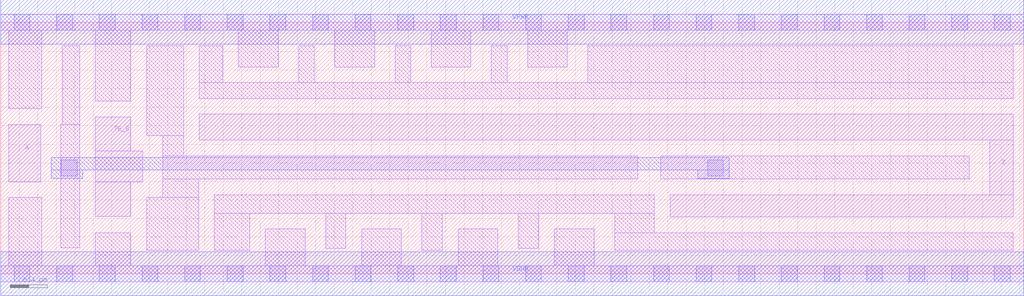
<source format=lef>
# Copyright 2020 The SkyWater PDK Authors
#
# Licensed under the Apache License, Version 2.0 (the "License");
# you may not use this file except in compliance with the License.
# You may obtain a copy of the License at
#
#     https://www.apache.org/licenses/LICENSE-2.0
#
# Unless required by applicable law or agreed to in writing, software
# distributed under the License is distributed on an "AS IS" BASIS,
# WITHOUT WARRANTIES OR CONDITIONS OF ANY KIND, either express or implied.
# See the License for the specific language governing permissions and
# limitations under the License.
#
# SPDX-License-Identifier: Apache-2.0

VERSION 5.7 ;
BUSBITCHARS "[]" ;
DIVIDERCHAR "/" ;
PROPERTYDEFINITIONS
  MACRO maskLayoutSubType STRING ;
  MACRO prCellType STRING ;
  MACRO originalViewName STRING ;
END PROPERTYDEFINITIONS
MACRO sky130_fd_sc_hdll__ebufn_8
  ORIGIN  0.000000  0.000000 ;
  CLASS CORE ;
  SYMMETRY X Y R90 ;
  SIZE  11.04000 BY  2.720000 ;
  SITE unithd ;
  PIN A
    ANTENNAGATEAREA  0.555000 ;
    DIRECTION INPUT ;
    USE SIGNAL ;
    PORT
      LAYER li1 ;
        RECT 0.085000 0.995000 0.430000 1.615000 ;
    END
  END A
  PIN TE_B
    ANTENNAGATEAREA  1.631100 ;
    DIRECTION INPUT ;
    USE SIGNAL ;
    PORT
      LAYER li1 ;
        RECT 1.020000 0.620000 1.405000 0.995000 ;
        RECT 1.020000 0.995000 1.530000 1.325000 ;
        RECT 1.020000 1.325000 1.405000 1.695000 ;
    END
  END TE_B
  PIN Z
    ANTENNADIFFAREA  2.024500 ;
    DIRECTION OUTPUT ;
    USE SIGNAL ;
    PORT
      LAYER li1 ;
        RECT  2.145000 1.445000 10.925000 1.725000 ;
        RECT  7.225000 0.615000 10.925000 0.855000 ;
        RECT 10.675000 0.855000 10.925000 1.445000 ;
    END
  END Z
  PIN VGND
    DIRECTION INOUT ;
    USE GROUND ;
    PORT
      LAYER met1 ;
        RECT 0.000000 -0.240000 11.040000 0.240000 ;
    END
  END VGND
  PIN VNB
    DIRECTION INOUT ;
    USE GROUND ;
    PORT
    END
  END VNB
  PIN VPB
    DIRECTION INOUT ;
    USE POWER ;
    PORT
    END
  END VPB
  PIN VPWR
    DIRECTION INOUT ;
    USE POWER ;
    PORT
      LAYER met1 ;
        RECT 0.000000 2.480000 11.040000 2.960000 ;
    END
  END VPWR
  OBS
    LAYER li1 ;
      RECT 0.000000 -0.085000 11.040000 0.085000 ;
      RECT 0.000000  2.635000 11.040000 2.805000 ;
      RECT 0.085000  0.085000  0.445000 0.825000 ;
      RECT 0.085000  1.785000  0.445000 2.635000 ;
      RECT 0.650000  0.280000  0.850000 1.615000 ;
      RECT 0.665000  1.615000  0.850000 2.465000 ;
      RECT 1.020000  0.085000  1.405000 0.445000 ;
      RECT 1.020000  1.865000  1.405000 2.635000 ;
      RECT 1.575000  0.255000  2.135000 0.825000 ;
      RECT 1.575000  1.495000  1.975000 2.465000 ;
      RECT 1.750000  0.825000  2.135000 1.025000 ;
      RECT 1.750000  1.025000  6.875000 1.275000 ;
      RECT 1.750000  1.275000  1.975000 1.495000 ;
      RECT 2.145000  1.895000 10.925000 2.065000 ;
      RECT 2.145000  2.065000  2.395000 2.465000 ;
      RECT 2.305000  0.255000  2.685000 0.655000 ;
      RECT 2.305000  0.655000  7.055000 0.855000 ;
      RECT 2.565000  2.235000  2.995000 2.635000 ;
      RECT 2.855000  0.085000  3.285000 0.485000 ;
      RECT 3.215000  2.065000  3.385000 2.465000 ;
      RECT 3.505000  0.275000  3.725000 0.655000 ;
      RECT 3.605000  2.235000  4.035000 2.635000 ;
      RECT 3.895000  0.085000  4.325000 0.485000 ;
      RECT 4.255000  2.065000  4.425000 2.465000 ;
      RECT 4.545000  0.255000  4.765000 0.655000 ;
      RECT 4.645000  2.235000  5.075000 2.635000 ;
      RECT 4.935000  0.085000  5.365000 0.485000 ;
      RECT 5.295000  2.065000  5.465000 2.465000 ;
      RECT 5.585000  0.275000  5.805000 0.655000 ;
      RECT 5.685000  2.235000  6.115000 2.635000 ;
      RECT 5.975000  0.085000  6.405000 0.485000 ;
      RECT 6.335000  2.065000 10.925000 2.465000 ;
      RECT 6.625000  0.255000 10.925000 0.445000 ;
      RECT 6.625000  0.445000  7.055000 0.655000 ;
      RECT 7.125000  1.025000 10.455000 1.275000 ;
    LAYER mcon ;
      RECT  0.145000 -0.085000  0.315000 0.085000 ;
      RECT  0.145000  2.635000  0.315000 2.805000 ;
      RECT  0.605000 -0.085000  0.775000 0.085000 ;
      RECT  0.605000  2.635000  0.775000 2.805000 ;
      RECT  0.655000  1.060000  0.825000 1.230000 ;
      RECT  1.065000 -0.085000  1.235000 0.085000 ;
      RECT  1.065000  2.635000  1.235000 2.805000 ;
      RECT  1.525000 -0.085000  1.695000 0.085000 ;
      RECT  1.525000  2.635000  1.695000 2.805000 ;
      RECT  1.985000 -0.085000  2.155000 0.085000 ;
      RECT  1.985000  2.635000  2.155000 2.805000 ;
      RECT  2.445000 -0.085000  2.615000 0.085000 ;
      RECT  2.445000  2.635000  2.615000 2.805000 ;
      RECT  2.905000 -0.085000  3.075000 0.085000 ;
      RECT  2.905000  2.635000  3.075000 2.805000 ;
      RECT  3.365000 -0.085000  3.535000 0.085000 ;
      RECT  3.365000  2.635000  3.535000 2.805000 ;
      RECT  3.825000 -0.085000  3.995000 0.085000 ;
      RECT  3.825000  2.635000  3.995000 2.805000 ;
      RECT  4.285000 -0.085000  4.455000 0.085000 ;
      RECT  4.285000  2.635000  4.455000 2.805000 ;
      RECT  4.745000 -0.085000  4.915000 0.085000 ;
      RECT  4.745000  2.635000  4.915000 2.805000 ;
      RECT  5.205000 -0.085000  5.375000 0.085000 ;
      RECT  5.205000  2.635000  5.375000 2.805000 ;
      RECT  5.665000 -0.085000  5.835000 0.085000 ;
      RECT  5.665000  2.635000  5.835000 2.805000 ;
      RECT  6.125000 -0.085000  6.295000 0.085000 ;
      RECT  6.125000  2.635000  6.295000 2.805000 ;
      RECT  6.585000 -0.085000  6.755000 0.085000 ;
      RECT  6.585000  2.635000  6.755000 2.805000 ;
      RECT  7.045000 -0.085000  7.215000 0.085000 ;
      RECT  7.045000  2.635000  7.215000 2.805000 ;
      RECT  7.505000 -0.085000  7.675000 0.085000 ;
      RECT  7.505000  2.635000  7.675000 2.805000 ;
      RECT  7.630000  1.060000  7.800000 1.230000 ;
      RECT  7.965000 -0.085000  8.135000 0.085000 ;
      RECT  7.965000  2.635000  8.135000 2.805000 ;
      RECT  8.425000 -0.085000  8.595000 0.085000 ;
      RECT  8.425000  2.635000  8.595000 2.805000 ;
      RECT  8.885000 -0.085000  9.055000 0.085000 ;
      RECT  8.885000  2.635000  9.055000 2.805000 ;
      RECT  9.345000 -0.085000  9.515000 0.085000 ;
      RECT  9.345000  2.635000  9.515000 2.805000 ;
      RECT  9.805000 -0.085000  9.975000 0.085000 ;
      RECT  9.805000  2.635000  9.975000 2.805000 ;
      RECT 10.265000 -0.085000 10.435000 0.085000 ;
      RECT 10.265000  2.635000 10.435000 2.805000 ;
      RECT 10.725000 -0.085000 10.895000 0.085000 ;
      RECT 10.725000  2.635000 10.895000 2.805000 ;
    LAYER met1 ;
      RECT 0.545000 1.030000 0.885000 1.120000 ;
      RECT 0.545000 1.120000 7.860000 1.260000 ;
      RECT 7.520000 1.030000 7.860000 1.120000 ;
  END
  PROPERTY maskLayoutSubType "abstract" ;
  PROPERTY prCellType "standard" ;
  PROPERTY originalViewName "layout" ;
END sky130_fd_sc_hdll__ebufn_8
END LIBRARY

</source>
